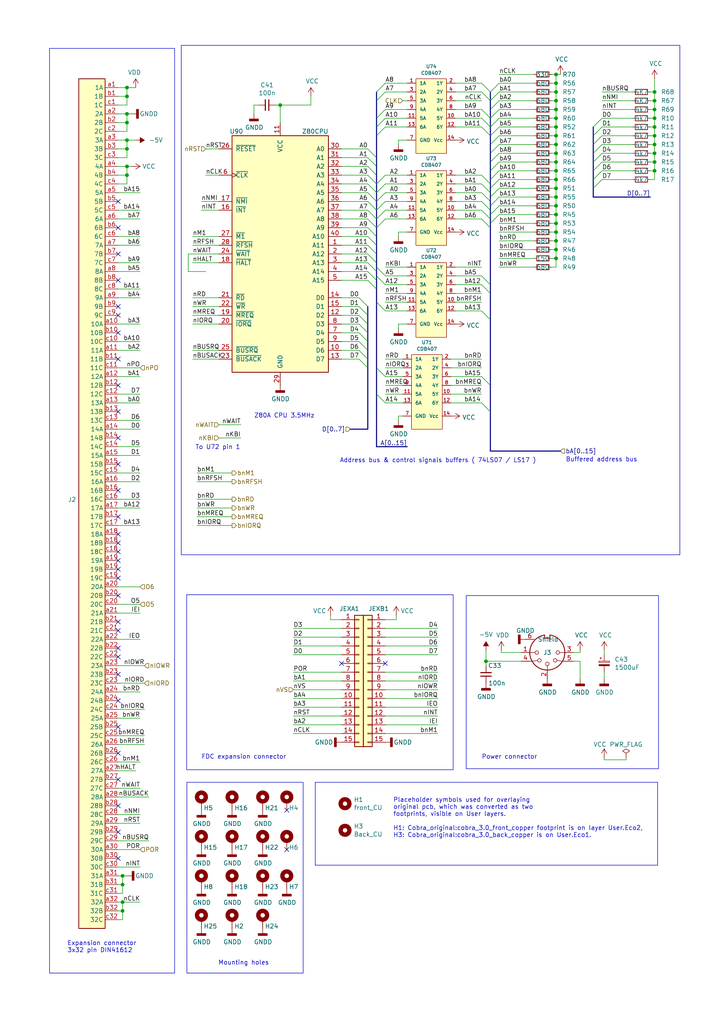
<source format=kicad_sch>
(kicad_sch (version 20230121) (generator eeschema)
  (paper "A4" portrait)
  (junction (at 161.29 54.61))
  (junction (at 36.83 35.56))
  (junction (at 36.83 40.64))
  (junction (at 161.29 59.69))
  (junction (at 189.865 36.83))
  (junction (at 189.865 46.99))
  (junction (at 189.865 26.67))
  (junction (at 161.29 44.45))
  (junction (at 161.29 72.39))
  (junction (at 161.29 49.53))
  (junction (at 161.29 39.37))
  (junction (at 189.865 49.53))
  (junction (at 161.29 31.75))
  (junction (at 35.56 256.54))
  (junction (at 35.56 254))
  (junction (at 36.83 33.02))
  (junction (at 161.29 69.85))
  (junction (at 161.29 52.07))
  (junction (at 36.83 27.94))
  (junction (at 189.865 39.37))
  (junction (at 189.865 34.29))
  (junction (at 161.29 62.23))
  (junction (at 189.865 44.45))
  (junction (at 36.83 48.26))
  (junction (at 35.56 261.62))
  (junction (at 161.29 57.15))
  (junction (at 189.865 29.21))
  (junction (at 140.97 191.77))
  (junction (at 36.83 43.18))
  (junction (at 161.29 29.21))
  (junction (at 161.29 34.29))
  (junction (at 161.29 21.59))
  (junction (at 35.56 264.16))
  (junction (at 36.83 50.8))
  (junction (at 161.29 26.67))
  (junction (at 161.29 36.83))
  (junction (at 189.865 41.91))
  (junction (at 161.29 67.31))
  (junction (at 81.28 30.48))
  (junction (at 161.29 64.77))
  (junction (at 189.865 31.75))
  (junction (at 161.29 74.93))
  (junction (at 161.29 24.13))
  (junction (at 36.83 25.4))
  (junction (at 161.29 46.99))
  (junction (at 161.29 41.91))
  (no_connect (at 34.29 162.56))
  (no_connect (at 34.29 241.3))
  (no_connect (at 99.06 192.405))
  (no_connect (at 34.29 157.48))
  (no_connect (at 34.29 195.58))
  (no_connect (at 34.29 210.82))
  (no_connect (at 34.29 172.72))
  (no_connect (at 34.29 111.76))
  (no_connect (at 34.29 190.5))
  (no_connect (at 34.29 180.34))
  (no_connect (at 34.29 119.38))
  (no_connect (at 34.29 248.92))
  (no_connect (at 34.29 91.44))
  (no_connect (at 34.29 58.42))
  (no_connect (at 83.185 234.95))
  (no_connect (at 34.29 154.94))
  (no_connect (at 34.29 218.44))
  (no_connect (at 34.29 134.62))
  (no_connect (at 34.29 182.88))
  (no_connect (at 34.29 73.66))
  (no_connect (at 34.29 203.2))
  (no_connect (at 34.29 96.52))
  (no_connect (at 83.185 246.38))
  (no_connect (at 34.29 187.96))
  (no_connect (at 34.29 127))
  (no_connect (at 111.76 192.405))
  (no_connect (at 34.29 142.24))
  (no_connect (at 34.29 233.68))
  (no_connect (at 34.29 167.64))
  (no_connect (at 34.29 149.86))
  (no_connect (at 34.29 165.1))
  (no_connect (at 34.29 81.28))
  (no_connect (at 34.29 104.14))
  (no_connect (at 34.29 66.04))
  (no_connect (at 34.29 88.9))
  (no_connect (at 34.29 160.02))
  (no_connect (at 34.29 226.06))
  (bus_entry (at 106.68 71.12) (size 2.54 2.54))
  (bus_entry (at 142.24 62.23) (size 2.54 -2.54))
  (bus_entry (at 106.68 60.96) (size 2.54 2.54))
  (bus_entry (at 142.24 41.91) (size 2.54 -2.54))
  (bus_entry (at 106.68 50.8) (size 2.54 2.54))
  (bus_entry (at 142.24 34.29) (size 2.54 -2.54))
  (bus_entry (at 106.68 43.18) (size 2.54 2.54))
  (bus_entry (at 142.24 64.77) (size 2.54 -2.54))
  (bus_entry (at 109.22 53.34) (size 2.54 -2.54))
  (bus_entry (at 106.68 76.2) (size 2.54 2.54))
  (bus_entry (at 109.22 29.21) (size 2.54 -2.54))
  (bus_entry (at 109.22 26.67) (size 2.54 -2.54))
  (bus_entry (at 104.14 91.44) (size 2.54 2.54))
  (bus_entry (at 139.7 80.01) (size 2.54 2.54))
  (bus_entry (at 109.22 87.63) (size 2.54 2.54))
  (bus_entry (at 109.22 55.88) (size 2.54 -2.54))
  (bus_entry (at 142.24 59.69) (size 2.54 -2.54))
  (bus_entry (at 172.085 54.61) (size 2.54 -2.54))
  (bus_entry (at 172.085 41.91) (size 2.54 -2.54))
  (bus_entry (at 106.68 68.58) (size 2.54 2.54))
  (bus_entry (at 139.7 36.83) (size 2.54 2.54))
  (bus_entry (at 172.085 49.53) (size 2.54 -2.54))
  (bus_entry (at 172.085 52.07) (size 2.54 -2.54))
  (bus_entry (at 109.22 66.04) (size 2.54 -2.54))
  (bus_entry (at 109.22 36.83) (size 2.54 -2.54))
  (bus_entry (at 106.68 63.5) (size 2.54 2.54))
  (bus_entry (at 142.24 29.21) (size 2.54 -2.54))
  (bus_entry (at 106.68 81.28) (size 2.54 2.54))
  (bus_entry (at 111.76 109.22) (size -2.54 -2.54))
  (bus_entry (at 104.14 86.36) (size 2.54 2.54))
  (bus_entry (at 109.22 34.29) (size 2.54 -2.54))
  (bus_entry (at 139.7 82.55) (size 2.54 2.54))
  (bus_entry (at 104.14 101.6) (size 2.54 2.54))
  (bus_entry (at 172.085 44.45) (size 2.54 -2.54))
  (bus_entry (at 109.22 60.96) (size 2.54 -2.54))
  (bus_entry (at 109.22 63.5) (size 2.54 -2.54))
  (bus_entry (at 139.7 116.84) (size 2.54 2.54))
  (bus_entry (at 104.14 88.9) (size 2.54 2.54))
  (bus_entry (at 139.7 90.17) (size 2.54 2.54))
  (bus_entry (at 139.7 26.67) (size 2.54 2.54))
  (bus_entry (at 109.22 77.47) (size 2.54 2.54))
  (bus_entry (at 106.68 55.88) (size 2.54 2.54))
  (bus_entry (at 109.22 39.37) (size 2.54 -2.54))
  (bus_entry (at 139.7 60.96) (size 2.54 2.54))
  (bus_entry (at 142.24 31.75) (size 2.54 -2.54))
  (bus_entry (at 106.68 45.72) (size 2.54 2.54))
  (bus_entry (at 139.7 24.13) (size 2.54 2.54))
  (bus_entry (at 139.7 50.8) (size 2.54 2.54))
  (bus_entry (at 104.14 99.06) (size 2.54 2.54))
  (bus_entry (at 109.22 58.42) (size 2.54 -2.54))
  (bus_entry (at 104.14 104.14) (size 2.54 2.54))
  (bus_entry (at 106.68 73.66) (size 2.54 2.54))
  (bus_entry (at 142.24 57.15) (size 2.54 -2.54))
  (bus_entry (at 142.24 54.61) (size 2.54 -2.54))
  (bus_entry (at 111.76 116.84) (size -2.54 -2.54))
  (bus_entry (at 172.085 39.37) (size 2.54 -2.54))
  (bus_entry (at 104.14 93.98) (size 2.54 2.54))
  (bus_entry (at 139.7 34.29) (size 2.54 2.54))
  (bus_entry (at 106.68 78.74) (size 2.54 2.54))
  (bus_entry (at 106.68 66.04) (size 2.54 2.54))
  (bus_entry (at 139.7 53.34) (size 2.54 2.54))
  (bus_entry (at 139.7 63.5) (size 2.54 2.54))
  (bus_entry (at 106.68 58.42) (size 2.54 2.54))
  (bus_entry (at 142.24 46.99) (size 2.54 -2.54))
  (bus_entry (at 139.7 55.88) (size 2.54 2.54))
  (bus_entry (at 139.7 109.22) (size 2.54 2.54))
  (bus_entry (at 172.085 46.99) (size 2.54 -2.54))
  (bus_entry (at 142.24 26.67) (size 2.54 -2.54))
  (bus_entry (at 142.24 36.83) (size 2.54 -2.54))
  (bus_entry (at 172.085 36.83) (size 2.54 -2.54))
  (bus_entry (at 142.24 39.37) (size 2.54 -2.54))
  (bus_entry (at 139.7 31.75) (size 2.54 2.54))
  (bus_entry (at 142.24 52.07) (size 2.54 -2.54))
  (bus_entry (at 106.68 53.34) (size 2.54 2.54))
  (bus_entry (at 106.68 48.26) (size 2.54 2.54))
  (bus_entry (at 109.22 80.01) (size 2.54 2.54))
  (bus_entry (at 139.7 58.42) (size 2.54 2.54))
  (bus_entry (at 142.24 49.53) (size 2.54 -2.54))
  (bus_entry (at 142.24 44.45) (size 2.54 -2.54))
  (bus_entry (at 104.14 96.52) (size 2.54 2.54))
  (wire (pts (xy 160.02 24.13) (xy 161.29 24.13)))
  (wire (pts (xy 161.29 52.07) (xy 161.29 54.61)))
  (wire (pts (xy 43.18 231.14) (xy 34.29 231.14)))
  (wire (pts (xy 39.37 40.64) (xy 36.83 40.64)))
  (wire (pts (xy 111.76 87.63) (xy 118.11 87.63)))
  (wire (pts (xy 63.5 123.19) (xy 69.85 123.19)))
  (wire (pts (xy 40.64 144.78) (xy 34.29 144.78)))
  (wire (pts (xy 188.595 49.53) (xy 189.865 49.53)))
  (wire (pts (xy 160.02 67.31) (xy 161.29 67.31)))
  (bus (pts (xy 106.68 124.46) (xy 101.6 124.46)))
  (wire (pts (xy 81.28 30.48) (xy 81.28 35.56)))
  (wire (pts (xy 168.275 189.23) (xy 166.37 189.23)))
  (bus (pts (xy 106.68 93.98) (xy 106.68 96.52)))
  (wire (pts (xy 40.64 228.6) (xy 34.29 228.6)))
  (wire (pts (xy 40.64 246.38) (xy 34.29 246.38)))
  (wire (pts (xy 132.08 77.47) (xy 139.7 77.47)))
  (bus (pts (xy 142.24 66.04) (xy 142.24 82.55)))
  (wire (pts (xy 161.29 41.91) (xy 161.29 44.45)))
  (wire (pts (xy 130.81 111.76) (xy 139.7 111.76)))
  (bus (pts (xy 172.085 52.07) (xy 172.085 54.61)))
  (wire (pts (xy 55.88 88.9) (xy 63.5 88.9)))
  (wire (pts (xy 34.29 30.48) (xy 36.83 30.48)))
  (wire (pts (xy 162.56 21.59) (xy 161.29 21.59)))
  (wire (pts (xy 54.61 78.74) (xy 59.69 78.74)))
  (wire (pts (xy 40.64 101.6) (xy 34.29 101.6)))
  (wire (pts (xy 35.56 264.16) (xy 35.56 261.62)))
  (wire (pts (xy 35.56 261.62) (xy 34.29 261.62)))
  (wire (pts (xy 189.865 29.21) (xy 189.865 31.75)))
  (bus (pts (xy 142.24 31.75) (xy 142.24 34.29)))
  (wire (pts (xy 99.06 81.28) (xy 106.68 81.28)))
  (wire (pts (xy 168.275 196.85) (xy 168.275 191.77)))
  (wire (pts (xy 99.06 60.96) (xy 106.68 60.96)))
  (wire (pts (xy 161.29 74.93) (xy 161.29 77.47)))
  (wire (pts (xy 188.595 46.99) (xy 189.865 46.99)))
  (wire (pts (xy 40.64 71.12) (xy 34.29 71.12)))
  (wire (pts (xy 144.78 57.15) (xy 154.94 57.15)))
  (wire (pts (xy 57.15 149.86) (xy 67.31 149.86)))
  (wire (pts (xy 34.29 63.5) (xy 40.64 63.5)))
  (wire (pts (xy 36.83 33.02) (xy 34.29 33.02)))
  (wire (pts (xy 189.865 41.91) (xy 189.865 44.45)))
  (wire (pts (xy 40.64 76.2) (xy 34.29 76.2)))
  (wire (pts (xy 118.11 40.64) (xy 115.57 40.64)))
  (wire (pts (xy 132.08 80.01) (xy 139.7 80.01)))
  (wire (pts (xy 189.865 46.99) (xy 189.865 49.53)))
  (bus (pts (xy 109.22 78.74) (xy 109.22 77.47)))
  (wire (pts (xy 132.08 87.63) (xy 139.7 87.63)))
  (wire (pts (xy 118.11 34.29) (xy 111.76 34.29)))
  (wire (pts (xy 40.64 68.58) (xy 34.29 68.58)))
  (bus (pts (xy 109.22 80.01) (xy 109.22 78.74)))
  (bus (pts (xy 142.24 46.99) (xy 142.24 49.53)))
  (wire (pts (xy 189.865 34.29) (xy 189.865 36.83)))
  (wire (pts (xy 115.57 41.91) (xy 115.57 40.64)))
  (wire (pts (xy 36.83 38.1) (xy 36.83 35.56)))
  (wire (pts (xy 34.29 243.84) (xy 43.18 243.84)))
  (wire (pts (xy 35.56 254) (xy 34.29 254)))
  (wire (pts (xy 99.06 187.325) (xy 85.09 187.325)))
  (wire (pts (xy 36.83 45.72) (xy 36.83 43.18)))
  (wire (pts (xy 111.76 90.17) (xy 118.11 90.17)))
  (wire (pts (xy 144.78 36.83) (xy 154.94 36.83)))
  (wire (pts (xy 99.06 200.025) (xy 85.09 200.025)))
  (wire (pts (xy 34.29 27.94) (xy 36.83 27.94)))
  (wire (pts (xy 161.29 29.21) (xy 161.29 31.75)))
  (wire (pts (xy 144.78 39.37) (xy 154.94 39.37)))
  (bus (pts (xy 109.22 29.21) (xy 109.22 34.29)))
  (wire (pts (xy 111.76 205.105) (xy 127 205.105)))
  (wire (pts (xy 160.02 34.29) (xy 161.29 34.29)))
  (wire (pts (xy 161.29 49.53) (xy 161.29 52.07)))
  (bus (pts (xy 142.24 53.34) (xy 142.24 54.61)))
  (wire (pts (xy 144.78 62.23) (xy 154.94 62.23)))
  (wire (pts (xy 118.11 31.75) (xy 111.76 31.75)))
  (wire (pts (xy 34.29 83.82) (xy 40.64 83.82)))
  (wire (pts (xy 175.26 220.345) (xy 181.61 220.345)))
  (wire (pts (xy 161.29 59.69) (xy 161.29 62.23)))
  (wire (pts (xy 188.595 44.45) (xy 189.865 44.45)))
  (wire (pts (xy 99.06 182.245) (xy 85.09 182.245)))
  (wire (pts (xy 188.595 31.75) (xy 189.865 31.75)))
  (wire (pts (xy 115.57 121.92) (xy 115.57 120.65)))
  (wire (pts (xy 174.625 31.75) (xy 183.515 31.75)))
  (wire (pts (xy 41.91 193.04) (xy 34.29 193.04)))
  (wire (pts (xy 116.84 29.21) (xy 118.11 29.21)))
  (wire (pts (xy 99.06 202.565) (xy 85.09 202.565)))
  (wire (pts (xy 40.64 109.22) (xy 34.29 109.22)))
  (wire (pts (xy 160.02 62.23) (xy 161.29 62.23)))
  (wire (pts (xy 160.02 21.59) (xy 161.29 21.59)))
  (wire (pts (xy 115.57 120.65) (xy 116.84 120.65)))
  (wire (pts (xy 36.83 43.18) (xy 36.83 40.64)))
  (wire (pts (xy 144.78 74.93) (xy 154.94 74.93)))
  (wire (pts (xy 144.78 26.67) (xy 154.94 26.67)))
  (bus (pts (xy 109.22 45.72) (xy 109.22 48.26)))
  (wire (pts (xy 161.29 24.13) (xy 161.29 26.67)))
  (wire (pts (xy 34.29 45.72) (xy 36.83 45.72)))
  (wire (pts (xy 63.5 71.12) (xy 55.88 71.12)))
  (wire (pts (xy 161.29 31.75) (xy 161.29 34.29)))
  (wire (pts (xy 132.08 63.5) (xy 139.7 63.5)))
  (wire (pts (xy 90.17 27.94) (xy 90.17 30.48)))
  (wire (pts (xy 132.08 55.88) (xy 139.7 55.88)))
  (wire (pts (xy 57.15 144.78) (xy 67.31 144.78)))
  (wire (pts (xy 40.64 261.62) (xy 35.56 261.62)))
  (bus (pts (xy 106.68 106.68) (xy 106.68 124.46)))
  (wire (pts (xy 34.29 50.8) (xy 36.83 50.8)))
  (wire (pts (xy 63.5 58.42) (xy 58.42 58.42)))
  (wire (pts (xy 174.625 41.91) (xy 183.515 41.91)))
  (wire (pts (xy 111.76 63.5) (xy 118.11 63.5)))
  (wire (pts (xy 160.02 69.85) (xy 161.29 69.85)))
  (wire (pts (xy 41.91 198.12) (xy 34.29 198.12)))
  (wire (pts (xy 39.37 223.52) (xy 34.29 223.52)))
  (wire (pts (xy 57.15 137.16) (xy 67.31 137.16)))
  (wire (pts (xy 139.7 24.13) (xy 132.08 24.13)))
  (wire (pts (xy 40.64 99.06) (xy 34.29 99.06)))
  (bus (pts (xy 106.68 101.6) (xy 106.68 104.14)))
  (wire (pts (xy 174.625 46.99) (xy 183.515 46.99)))
  (wire (pts (xy 161.29 54.61) (xy 161.29 57.15)))
  (wire (pts (xy 111.76 104.14) (xy 116.84 104.14)))
  (wire (pts (xy 168.275 188.595) (xy 168.275 189.23)))
  (wire (pts (xy 161.29 46.99) (xy 161.29 49.53)))
  (wire (pts (xy 40.64 177.8) (xy 34.29 177.8)))
  (bus (pts (xy 109.22 50.8) (xy 109.22 53.34)))
  (wire (pts (xy 161.29 21.59) (xy 161.29 24.13)))
  (wire (pts (xy 160.02 59.69) (xy 161.29 59.69)))
  (wire (pts (xy 116.84 116.84) (xy 111.76 116.84)))
  (wire (pts (xy 111.76 210.185) (xy 127 210.185)))
  (wire (pts (xy 144.78 52.07) (xy 154.94 52.07)))
  (wire (pts (xy 132.08 31.75) (xy 139.7 31.75)))
  (wire (pts (xy 144.78 77.47) (xy 154.94 77.47)))
  (wire (pts (xy 189.865 36.83) (xy 189.865 39.37)))
  (bus (pts (xy 142.24 60.96) (xy 142.24 62.23)))
  (wire (pts (xy 189.865 44.45) (xy 189.865 46.99)))
  (wire (pts (xy 36.83 50.8) (xy 36.83 48.26)))
  (wire (pts (xy 99.06 86.36) (xy 104.14 86.36)))
  (wire (pts (xy 99.06 68.58) (xy 106.68 68.58)))
  (wire (pts (xy 132.08 58.42) (xy 139.7 58.42)))
  (wire (pts (xy 59.69 43.18) (xy 63.5 43.18)))
  (wire (pts (xy 144.78 29.21) (xy 154.94 29.21)))
  (wire (pts (xy 111.76 194.945) (xy 127 194.945)))
  (bus (pts (xy 142.24 36.83) (xy 142.24 39.37)))
  (bus (pts (xy 109.22 68.58) (xy 109.22 71.12)))
  (wire (pts (xy 41.91 205.74) (xy 34.29 205.74)))
  (wire (pts (xy 99.06 189.865) (xy 85.09 189.865)))
  (bus (pts (xy 109.22 55.88) (xy 109.22 58.42)))
  (bus (pts (xy 172.085 54.61) (xy 172.085 57.15)))
  (wire (pts (xy 34.29 38.1) (xy 36.83 38.1)))
  (wire (pts (xy 99.06 104.14) (xy 104.14 104.14)))
  (wire (pts (xy 40.64 208.28) (xy 34.29 208.28)))
  (bus (pts (xy 142.24 58.42) (xy 142.24 59.69)))
  (bus (pts (xy 109.22 26.67) (xy 109.22 29.21)))
  (wire (pts (xy 40.64 170.18) (xy 34.29 170.18)))
  (wire (pts (xy 99.06 71.12) (xy 106.68 71.12)))
  (wire (pts (xy 140.97 191.77) (xy 151.13 191.77)))
  (wire (pts (xy 99.06 101.6) (xy 104.14 101.6)))
  (bus (pts (xy 142.24 82.55) (xy 142.24 85.09)))
  (bus (pts (xy 172.085 49.53) (xy 172.085 52.07)))
  (wire (pts (xy 34.29 43.18) (xy 36.83 43.18)))
  (bus (pts (xy 109.22 60.96) (xy 109.22 63.5)))
  (wire (pts (xy 114.935 179.705) (xy 111.76 179.705)))
  (wire (pts (xy 55.88 86.36) (xy 63.5 86.36)))
  (wire (pts (xy 132.08 90.17) (xy 139.7 90.17)))
  (wire (pts (xy 55.88 101.6) (xy 63.5 101.6)))
  (wire (pts (xy 160.02 54.61) (xy 161.29 54.61)))
  (wire (pts (xy 111.76 182.245) (xy 127 182.245)))
  (wire (pts (xy 36.83 35.56) (xy 36.83 33.02)))
  (wire (pts (xy 144.78 24.13) (xy 154.94 24.13)))
  (bus (pts (xy 109.22 87.63) (xy 109.22 106.68)))
  (wire (pts (xy 34.29 53.34) (xy 36.83 53.34)))
  (wire (pts (xy 40.64 93.98) (xy 34.29 93.98)))
  (bus (pts (xy 172.085 36.83) (xy 172.085 39.37)))
  (wire (pts (xy 99.06 43.18) (xy 106.68 43.18)))
  (wire (pts (xy 73.66 30.48) (xy 74.93 30.48)))
  (wire (pts (xy 114.935 178.435) (xy 114.935 179.705)))
  (wire (pts (xy 38.1 33.02) (xy 36.83 33.02)))
  (wire (pts (xy 175.26 194.945) (xy 175.26 196.85)))
  (wire (pts (xy 144.78 21.59) (xy 154.94 21.59)))
  (wire (pts (xy 55.88 104.14) (xy 63.5 104.14)))
  (wire (pts (xy 35.56 256.54) (xy 35.56 254)))
  (wire (pts (xy 41.91 215.9) (xy 34.29 215.9)))
  (wire (pts (xy 99.06 76.2) (xy 106.68 76.2)))
  (wire (pts (xy 99.06 78.74) (xy 106.68 78.74)))
  (wire (pts (xy 34.29 35.56) (xy 36.83 35.56)))
  (wire (pts (xy 111.76 197.485) (xy 127 197.485)))
  (wire (pts (xy 116.84 114.3) (xy 111.76 114.3)))
  (wire (pts (xy 132.08 53.34) (xy 139.7 53.34)))
  (wire (pts (xy 116.84 106.68) (xy 111.76 106.68)))
  (wire (pts (xy 99.06 53.34) (xy 106.68 53.34)))
  (wire (pts (xy 40.64 86.36) (xy 34.29 86.36)))
  (wire (pts (xy 160.02 31.75) (xy 161.29 31.75)))
  (wire (pts (xy 144.78 34.29) (xy 154.94 34.29)))
  (wire (pts (xy 99.06 212.725) (xy 85.09 212.725)))
  (wire (pts (xy 40.64 78.74) (xy 34.29 78.74)))
  (wire (pts (xy 111.76 53.34) (xy 118.11 53.34)))
  (wire (pts (xy 99.06 48.26) (xy 106.68 48.26)))
  (bus (pts (xy 172.085 46.99) (xy 172.085 49.53)))
  (wire (pts (xy 140.97 191.77) (xy 140.97 193.04)))
  (wire (pts (xy 145.415 188.595) (xy 145.415 189.23)))
  (wire (pts (xy 189.865 49.53) (xy 189.865 52.07)))
  (wire (pts (xy 95.885 178.435) (xy 95.885 179.705)))
  (wire (pts (xy 81.28 30.48) (xy 90.17 30.48)))
  (bus (pts (xy 142.24 55.88) (xy 142.24 57.15)))
  (wire (pts (xy 189.865 39.37) (xy 189.865 41.91)))
  (bus (pts (xy 106.68 88.9) (xy 106.68 91.44)))
  (wire (pts (xy 160.02 44.45) (xy 161.29 44.45)))
  (wire (pts (xy 144.78 72.39) (xy 154.94 72.39)))
  (wire (pts (xy 55.88 76.2) (xy 63.5 76.2)))
  (wire (pts (xy 111.76 60.96) (xy 118.11 60.96)))
  (wire (pts (xy 118.11 36.83) (xy 111.76 36.83)))
  (wire (pts (xy 80.01 30.48) (xy 81.28 30.48)))
  (bus (pts (xy 109.22 83.82) (xy 109.22 87.63)))
  (bus (pts (xy 109.22 77.47) (xy 109.22 76.2)))
  (wire (pts (xy 111.76 85.09) (xy 118.11 85.09)))
  (wire (pts (xy 174.625 36.83) (xy 183.515 36.83)))
  (wire (pts (xy 161.29 57.15) (xy 161.29 59.69)))
  (wire (pts (xy 115.57 68.58) (xy 115.57 67.31)))
  (wire (pts (xy 160.02 36.83) (xy 161.29 36.83)))
  (wire (pts (xy 160.02 26.67) (xy 161.29 26.67)))
  (bus (pts (xy 172.085 41.91) (xy 172.085 44.45)))
  (wire (pts (xy 99.06 207.645) (xy 85.09 207.645)))
  (wire (pts (xy 160.02 64.77) (xy 161.29 64.77)))
  (bus (pts (xy 109.22 58.42) (xy 109.22 60.96)))
  (wire (pts (xy 144.78 46.99) (xy 154.94 46.99)))
  (bus (pts (xy 142.24 119.38) (xy 142.24 130.81)))
  (wire (pts (xy 99.06 91.44) (xy 104.14 91.44)))
  (bus (pts (xy 142.24 111.76) (xy 142.24 119.38)))
  (wire (pts (xy 168.275 191.77) (xy 166.37 191.77)))
  (bus (pts (xy 172.085 44.45) (xy 172.085 46.99)))
  (wire (pts (xy 111.76 200.025) (xy 127 200.025)))
  (wire (pts (xy 36.83 254) (xy 35.56 254)))
  (wire (pts (xy 40.64 139.7) (xy 34.29 139.7)))
  (wire (pts (xy 144.78 64.77) (xy 154.94 64.77)))
  (wire (pts (xy 99.06 50.8) (xy 106.68 50.8)))
  (wire (pts (xy 144.78 69.85) (xy 154.94 69.85)))
  (bus (pts (xy 109.22 106.68) (xy 109.22 114.3)))
  (wire (pts (xy 188.595 52.07) (xy 189.865 52.07)))
  (wire (pts (xy 40.64 124.46) (xy 34.29 124.46)))
  (bus (pts (xy 162.56 130.81) (xy 142.24 130.81)))
  (wire (pts (xy 111.76 58.42) (xy 118.11 58.42)))
  (wire (pts (xy 54.61 78.74) (xy 54.61 73.66)))
  (wire (pts (xy 99.06 93.98) (xy 104.14 93.98)))
  (wire (pts (xy 40.64 137.16) (xy 34.29 137.16)))
  (bus (pts (xy 109.22 39.37) (xy 109.22 45.72)))
  (wire (pts (xy 144.78 44.45) (xy 154.94 44.45)))
  (wire (pts (xy 58.42 60.96) (xy 63.5 60.96)))
  (bus (pts (xy 142.24 54.61) (xy 142.24 55.88)))
  (bus (pts (xy 142.24 41.91) (xy 142.24 44.45)))
  (wire (pts (xy 181.61 219.71) (xy 181.61 220.345)))
  (wire (pts (xy 40.64 238.76) (xy 34.29 238.76)))
  (wire (pts (xy 41.91 213.36) (xy 34.29 213.36)))
  (wire (pts (xy 188.595 39.37) (xy 189.865 39.37)))
  (bus (pts (xy 109.22 53.34) (xy 109.22 55.88)))
  (wire (pts (xy 99.06 66.04) (xy 106.68 66.04)))
  (wire (pts (xy 63.5 127) (xy 69.85 127)))
  (wire (pts (xy 99.06 210.185) (xy 85.09 210.185)))
  (wire (pts (xy 99.06 96.52) (xy 104.14 96.52)))
  (wire (pts (xy 40.64 106.68) (xy 34.29 106.68)))
  (wire (pts (xy 115.57 67.31) (xy 118.11 67.31)))
  (wire (pts (xy 111.76 77.47) (xy 118.11 77.47)))
  (wire (pts (xy 161.29 26.67) (xy 161.29 29.21)))
  (bus (pts (xy 142.24 59.69) (xy 142.24 60.96)))
  (wire (pts (xy 130.81 114.3) (xy 139.7 114.3)))
  (wire (pts (xy 35.56 264.16) (xy 34.29 264.16)))
  (wire (pts (xy 160.02 49.53) (xy 161.29 49.53)))
  (bus (pts (xy 109.22 81.28) (xy 109.22 83.82)))
  (wire (pts (xy 34.29 256.54) (xy 35.56 256.54)))
  (bus (pts (xy 142.24 92.71) (xy 142.24 111.76)))
  (wire (pts (xy 160.02 77.47) (xy 161.29 77.47)))
  (wire (pts (xy 57.15 139.7) (xy 67.31 139.7)))
  (wire (pts (xy 161.29 36.83) (xy 161.29 39.37)))
  (bus (pts (xy 172.085 39.37) (xy 172.085 41.91)))
  (bus (pts (xy 109.22 114.3) (xy 109.22 129.54)))
  (wire (pts (xy 132.08 85.09) (xy 139.7 85.09)))
  (wire (pts (xy 188.595 36.83) (xy 189.865 36.83)))
  (wire (pts (xy 161.29 64.77) (xy 161.29 67.31)))
  (wire (pts (xy 36.83 30.48) (xy 36.83 27.94)))
  (wire (pts (xy 36.83 53.34) (xy 36.83 50.8)))
  (wire (pts (xy 189.865 22.86) (xy 189.865 26.67)))
  (bus (pts (xy 172.085 57.15) (xy 188.595 57.15)))
  (wire (pts (xy 54.61 73.66) (xy 63.5 73.66)))
  (wire (pts (xy 34.29 259.08) (xy 35.56 259.08)))
  (wire (pts (xy 35.56 266.7) (xy 35.56 264.16)))
  (wire (pts (xy 188.595 26.67) (xy 189.865 26.67)))
  (wire (pts (xy 174.625 39.37) (xy 183.515 39.37)))
  (wire (pts (xy 161.29 44.45) (xy 161.29 46.99)))
  (bus (pts (xy 142.24 63.5) (xy 142.24 64.77)))
  (wire (pts (xy 40.64 236.22) (xy 34.29 236.22)))
  (bus (pts (xy 142.24 52.07) (xy 142.24 53.34)))
  (wire (pts (xy 34.29 25.4) (xy 36.83 25.4)))
  (wire (pts (xy 174.625 26.67) (xy 183.515 26.67)))
  (wire (pts (xy 132.08 60.96) (xy 139.7 60.96)))
  (wire (pts (xy 111.76 80.01) (xy 118.11 80.01)))
  (wire (pts (xy 111.76 207.645) (xy 127 207.645)))
  (wire (pts (xy 111.76 109.22) (xy 116.84 109.22)))
  (wire (pts (xy 130.81 104.14) (xy 139.7 104.14)))
  (wire (pts (xy 160.02 39.37) (xy 161.29 39.37)))
  (wire (pts (xy 111.76 202.565) (xy 127 202.565)))
  (wire (pts (xy 99.06 73.66) (xy 106.68 73.66)))
  (wire (pts (xy 132.08 82.55) (xy 139.7 82.55)))
  (bus (pts (xy 142.24 34.29) (xy 142.24 36.83)))
  (wire (pts (xy 175.26 188.595) (xy 175.26 189.865)))
  (bus (pts (xy 109.22 34.29) (xy 109.22 36.83)))
  (wire (pts (xy 95.885 179.705) (xy 99.06 179.705)))
  (wire (pts (xy 111.76 50.8) (xy 118.11 50.8)))
  (wire (pts (xy 99.06 63.5) (xy 106.68 63.5)))
  (wire (pts (xy 174.625 49.53) (xy 183.515 49.53)))
  (wire (pts (xy 160.02 52.07) (xy 161.29 52.07)))
  (wire (pts (xy 99.06 197.485) (xy 85.09 197.485)))
  (wire (pts (xy 188.595 34.29) (xy 189.865 34.29)))
  (bus (pts (xy 142.24 64.77) (xy 142.24 66.04)))
  (wire (pts (xy 174.625 44.45) (xy 183.515 44.45)))
  (wire (pts (xy 111.76 184.785) (xy 127 184.785)))
  (wire (pts (xy 160.02 41.91) (xy 161.29 41.91)))
  (wire (pts (xy 111.76 212.725) (xy 127 212.725)))
  (bus (pts (xy 109.22 63.5) (xy 109.22 66.04)))
  (wire (pts (xy 34.29 175.26) (xy 40.64 175.26)))
  (wire (pts (xy 188.595 41.91) (xy 189.865 41.91)))
  (wire (pts (xy 111.76 55.88) (xy 118.11 55.88)))
  (wire (pts (xy 34.29 266.7) (xy 35.56 266.7)))
  (bus (pts (xy 109.22 129.54) (xy 118.11 129.54)))
  (wire (pts (xy 36.83 40.64) (xy 34.29 40.64)))
  (wire (pts (xy 40.64 116.84) (xy 34.29 116.84)))
  (wire (pts (xy 116.84 111.76) (xy 111.76 111.76)))
  (wire (pts (xy 40.64 121.92) (xy 34.29 121.92)))
  (wire (pts (xy 38.1 48.26) (xy 36.83 48.26)))
  (wire (pts (xy 55.88 93.98) (xy 63.5 93.98)))
  (wire (pts (xy 115.57 95.25) (xy 115.57 93.98)))
  (bus (pts (xy 106.68 104.14) (xy 106.68 106.68)))
  (wire (pts (xy 40.64 185.42) (xy 34.29 185.42)))
  (bus (pts (xy 106.68 91.44) (xy 106.68 93.98)))
  (wire (pts (xy 175.26 219.71) (xy 175.26 220.345)))
  (wire (pts (xy 111.76 82.55) (xy 118.11 82.55)))
  (bus (pts (xy 142.24 57.15) (xy 142.24 58.42)))
  (wire (pts (xy 174.625 34.29) (xy 183.515 34.29)))
  (wire (pts (xy 73.66 30.48) (xy 73.66 33.02)))
  (wire (pts (xy 99.06 55.88) (xy 106.68 55.88)))
  (bus (pts (xy 109.22 66.04) (xy 109.22 68.58)))
  (wire (pts (xy 40.64 152.4) (xy 34.29 152.4)))
  (wire (pts (xy 40.64 147.32) (xy 34.29 147.32)))
  (wire (pts (xy 161.29 39.37) (xy 161.29 41.91)))
  (bus (pts (xy 106.68 99.06) (xy 106.68 101.6)))
  (wire (pts (xy 36.83 48.26) (xy 34.29 48.26)))
  (wire (pts (xy 99.06 58.42) (xy 106.68 58.42)))
  (wire (pts (xy 132.08 36.83) (xy 139.7 36.83)))
  (wire (pts (xy 160.02 29.21) (xy 161.29 29.21)))
  (wire (pts (xy 144.78 67.31) (xy 154.94 67.31)))
  (wire (pts (xy 140.97 188.595) (xy 140.97 191.77)))
  (wire (pts (xy 161.29 62.23) (xy 161.29 64.77)))
  (wire (pts (xy 115.57 93.98) (xy 118.11 93.98)))
  (wire (pts (xy 144.78 41.91) (xy 154.94 41.91)))
  (wire (pts (xy 161.29 34.29) (xy 161.29 36.83)))
  (wire (pts (xy 189.865 31.75) (xy 189.865 34.29)))
  (wire (pts (xy 36.83 27.94) (xy 36.83 25.4)))
  (wire (pts (xy 160.02 57.15) (xy 161.29 57.15)))
  (wire (pts (xy 144.78 54.61) (xy 154.94 54.61)))
  (wire (pts (xy 174.625 52.07) (xy 183.515 52.07)))
  (wire (pts (xy 40.64 251.46) (xy 34.29 251.46)))
  (wire (pts (xy 160.02 46.99) (xy 161.29 46.99)))
  (bus (pts (xy 109.22 48.26) (xy 109.22 50.8)))
  (wire (pts (xy 36.83 25.4) (xy 39.37 25.4)))
  (wire (pts (xy 130.81 109.22) (xy 139.7 109.22)))
  (bus (pts (xy 142.24 44.45) (xy 142.24 46.99)))
  (wire (pts (xy 160.02 72.39) (xy 161.29 72.39)))
  (wire (pts (xy 99.06 99.06) (xy 104.14 99.06)))
  (wire (pts (xy 57.15 152.4) (xy 67.31 152.4)))
  (wire (pts (xy 99.06 88.9) (xy 104.14 88.9)))
  (wire (pts (xy 34.29 220.98) (xy 40.64 220.98)))
  (wire (pts (xy 34.29 60.96) (xy 40.64 60.96)))
  (bus (pts (xy 142.24 85.09) (xy 142.24 92.71)))
  (wire (pts (xy 118.11 26.67) (xy 111.76 26.67)))
  (wire (pts (xy 99.06 45.72) (xy 106.68 45.72)))
  (wire (pts (xy 40.64 129.54) (xy 34.29 129.54)))
  (wire (pts (xy 144.78 49.53) (xy 154.94 49.53)))
  (wire (pts (xy 57.15 147.32) (xy 67.31 147.32)))
  (bus (pts (xy 142.24 49.53) (xy 142.24 52.07)))
  (wire (pts (xy 160.02 74.93) (xy 161.29 74.93)))
  (wire (pts (xy 144.78 31.75) (xy 154.94 31.75)))
  (bus (pts (xy 142.24 29.21) (xy 142.24 31.75)))
  (wire (pts (xy 144.78 59.69) (xy 154.94 59.69)))
  (wire (pts (xy 189.865 26.67) (xy 189.865 29.21)))
  (wire (pts (xy 130.81 116.84) (xy 139.7 116.84)))
  (wire (pts (xy 99.06 194.945) (xy 85.09 194.945)))
  (bus (pts (xy 109.22 73.66) (xy 109.22 71.12)))
  (bus (pts (xy 106.68 96.52) (xy 106.68 99.06)))
  (wire (pts (xy 99.06 205.105) (xy 85.09 205.105)))
  (bus (pts (xy 109.22 36.83) (xy 109.22 39.37)))
  (wire (pts (xy 35.56 259.08) (xy 35.56 256.54)))
  (wire (pts (xy 145.415 189.23) (xy 151.13 189.23)))
  (wire (pts (xy 174.625 29.21) (xy 183.515 29.21)))
  (wire (pts (xy 59.69 50.8) (xy 63.5 50.8)))
  (wire (pts (xy 161.29 67.31) (xy 161.29 69.85)))
  (wire (pts (xy 34.29 55.88) (xy 40.64 55.88)))
  (wire (pts (xy 161.29 69.85) (xy 161.29 72.39)))
  (bus (pts (xy 142.24 62.23) (xy 142.24 63.5)))
  (wire (pts (xy 40.64 132.08) (xy 34.29 132.08)))
  (wire (pts (xy 132.08 50.8) (xy 139.7 50.8)))
  (bus (pts (xy 109.22 81.28) (xy 109.22 80.01)))
  (wire (pts (xy 99.06 184.785) (xy 85.09 184.785)))
  (wire (pts (xy 132.08 26.67) (xy 139.7 26.67)))
  (bus (pts (xy 109.22 73.66) (xy 109.22 76.2)))
  (wire (pts (xy 40.64 114.3) (xy 34.29 114.3)))
  (wire (pts (xy 111.76 189.865) (xy 127 189.865)))
  (bus (pts (xy 142.24 39.37) (xy 142.24 41.91)))
  (bus (pts (xy 142.24 26.67) (xy 142.24 29.21)))
  (wire (pts (xy 118.11 24.13) (xy 111.76 24.13)))
  (wire (pts (xy 188.595 29.21) (xy 189.865 29.21)))
  (wire (pts (xy 161.29 72.39) (xy 161.29 74.93)))
  (wire (pts (xy 63.5 68.58) (xy 55.88 68.58)))
  (wire (pts (xy 40.64 200.66) (xy 34.29 200.66)))
  (wire (pts (xy 132.08 29.21) (xy 139.7 29.21)))
  (wire (pts (xy 130.81 106.68) (xy 139.7 106.68)))
  (wire (pts (xy 132.08 34.29) (xy 139.7 34.29)))
  (wire (pts (xy 55.88 91.44) (xy 63.5 91.44)))
  (wire (pts (xy 111.76 187.325) (xy 127 187.325)))
  (rectangle (start 52.578 13.1572) (end 197.2056 160.8836))
  (rectangle (start 91.44 226.8728) (end 190.754 250.9012))
  (rectangle (start 54.2036 226.8728) (end 87.9348 282.194))
  (rectangle (start 14.3764 14.0208) (end 50.6476 282.194))
  (rectangle (start 135.2296 172.72) (end 191.008 222.9358))
  (rectangle (start 54.1528 172.466) (end 131.445 223.2152))
  (text "Expansion connector\n3x32 pin DIN41612\n" (at 19.5072 276.4536 0) (effects (font (size 1.27 1.27)) (justify left bottom)))
  (text "Address bus & control signals buffers ( 74LS07 / LS17 )" (at 98.552 134.366 0) (effects (font (size 1.27 1.27)) (justify left bottom)))
  (text "To U72 pin 1" (at 56.642 130.556 0) (effects (font (size 1.27 1.27)) (justify left bottom)))
  (text "FDC expansion connector" (at 58.42 220.345 0) (effects (font (size 1.27 1.27)) (justify left bottom)))
  (text "Placeholder symbols used for overlaying \noriginal pcb, which was converted as two \nfootprints, visible on User layers.\n\nH1: Cobra_original:cobra_3.0_front_copper footprint is on layer User.Eco2, \nH3: Cobra_original:cobra_3.0_back_copper is on User.Eco1." (at 114.046 243.078 0) (effects (font (size 1.27 1.27)) (justify left bottom)))
  (text "Power connector" (at 139.7 220.345 0) (effects (font (size 1.27 1.27)) (justify left bottom)))
  (text "Buffered address bus" (at 164.084 134.112 0) (effects (font (size 1.27 1.27)) (justify left bottom)))
  (text "Mounting holes" (at 63.2968 280.0604 0) (effects (font (size 1.27 1.27)) (justify left bottom)))
  (text "Z80A CPU 3.5MHz" (at 73.7108 121.412 0) (effects (font (size 1.27 1.27)) (justify left bottom)))
  (label "nRFSH" (at 55.88 71.12 0))
  (label "bA13" (at 144.78 57.15 0))
  (label "D2" (at 85.09 184.785 0))
  (label "D6" (at 104.14 101.6 180))
  (label "nIORQ" (at 55.88 93.98 0))
  (label "bA15" (at 144.78 62.23 0))
  (label "bnWR" (at 40.64 208.28 180))
  (label "nNMI" (at 40.64 236.22 180))
  (label "A13" (at 111.76 90.17 0))
  (label "bnRD" (at 57.15 144.78 0))
  (label "D3" (at 40.64 144.78 180))
  (label "bA15" (at 40.64 55.88 180))
  (label "A11" (at 111.76 36.83 0))
  (label "A9" (at 111.76 31.75 0))
  (label "bnWR" (at 139.7 114.3 180))
  (label "nINT" (at 58.42 60.96 0))
  (label "D2" (at 40.64 139.7 180))
  (label "bA14" (at 144.78 59.69 0))
  (label "A8" (at 106.68 63.5 180))
  (label "A8" (at 111.76 24.13 0))
  (label "A12" (at 111.76 82.55 0))
  (label "bA0" (at 144.78 24.13 0))
  (label "D1" (at 174.625 36.83 0))
  (label "nIORQ" (at 111.76 106.68 0))
  (label "D5" (at 104.14 99.06 180))
  (label "nMREQ" (at 111.76 111.76 0))
  (label "bA7" (at 40.64 63.5 180))
  (label "nKBI" (at 69.85 127 180))
  (label "bA7" (at 134.62 26.67 0))
  (label "bnIORQ" (at 41.91 205.74 180))
  (label "bnIORQ" (at 144.78 72.39 0))
  (label "D4" (at 104.14 96.52 180))
  (label "bA15" (at 134.62 109.22 0))
  (label "bA4" (at 85.09 202.565 0))
  (label "nNMI" (at 174.625 29.21 0))
  (label "D5" (at 127 184.785 180))
  (label "D4" (at 40.64 137.16 180))
  (label "nPO" (at 40.64 106.68 180))
  (label "bnM1" (at 57.15 137.16 0))
  (label "bA0" (at 40.64 116.84 180))
  (label "nBUSACK" (at 43.18 231.14 180))
  (label "D7" (at 174.625 52.07 0))
  (label "nHALT" (at 39.37 223.52 180))
  (label "bA5" (at 40.64 78.74 180))
  (label "bnRFSH" (at 139.7 87.63 180))
  (label "bA12" (at 40.64 147.32 180))
  (label "bA2" (at 144.78 29.21 0))
  (label "D0" (at 174.625 34.29 0))
  (label "nIORD" (at 127 197.485 180))
  (label "bA0" (at 134.62 55.88 0))
  (label "bnM1" (at 139.7 85.09 180))
  (label "D0" (at 85.09 189.865 0))
  (label "bA12" (at 144.78 54.61 0))
  (label "nWAIT" (at 55.88 73.66 0))
  (label "A14" (at 111.76 116.84 0))
  (label "bA4" (at 40.64 86.36 180))
  (label "POR" (at 40.64 246.38 180))
  (label "bnRFSH" (at 41.91 215.9 180))
  (label "nINT" (at 127 207.645 180))
  (label "nCLK" (at 59.69 50.8 0))
  (label "A2" (at 113.03 50.8 0))
  (label "D4" (at 174.625 44.45 0))
  (label "bA3" (at 85.09 205.105 0))
  (label "bA4" (at 134.62 60.96 0))
  (label "A4" (at 106.68 53.34 180))
  (label "D7" (at 40.64 114.3 180))
  (label "nWAIT" (at 40.64 228.6 180))
  (label "bA1" (at 144.78 26.67 0))
  (label "D5" (at 174.625 46.99 0))
  (label "D7" (at 104.14 104.14 180))
  (label "IEI" (at 40.64 177.8 180))
  (label "bnWR" (at 144.78 77.47 0))
  (label "bnRD" (at 144.78 69.85 0))
  (label "D1" (at 40.64 132.08 180))
  (label "D1" (at 85.09 187.325 0))
  (label "D3" (at 104.14 93.98 180))
  (label "D[0..7]" (at 188.595 57.15 180))
  (label "nIORD" (at 41.91 198.12 180))
  (label "bA1" (at 134.62 53.34 0))
  (label "bA14" (at 134.62 116.84 0))
  (label "A3" (at 106.68 50.8 180))
  (label "A6" (at 106.68 58.42 180))
  (label "bA8" (at 40.64 68.58 180))
  (label "A15" (at 106.68 81.28 180))
  (label "bA10" (at 134.62 34.29 0))
  (label "bnRD" (at 139.7 104.14 180))
  (label "D1" (at 104.14 88.9 180))
  (label "A6" (at 113.03 63.5 0))
  (label "bA9" (at 134.62 31.75 0))
  (label "bnRFSH" (at 57.15 139.7 0))
  (label "bA8" (at 134.62 24.13 0))
  (label "nBUSACK" (at 55.88 104.14 0))
  (label "bA8" (at 144.78 44.45 0))
  (label "A10" (at 106.68 68.58 180))
  (label "bA11" (at 134.62 36.83 0))
  (label "A13" (at 106.68 76.2 180))
  (label "IEI" (at 127 210.185 180))
  (label "bA4" (at 144.78 34.29 0))
  (label "bnIORQ" (at 127 202.565 180))
  (label "nM1" (at 55.88 68.58 0))
  (label "bA6" (at 40.64 71.12 180))
  (label "A10" (at 111.76 34.29 0))
  (label "A7" (at 111.76 26.67 0))
  (label "nRST" (at 59.69 43.18 0))
  (label "nRST" (at 40.64 238.76 180))
  (label "nRFSH" (at 111.76 87.63 0))
  (label "nINT" (at 139.7 77.47 180))
  (label "nINT" (at 174.625 31.75 0))
  (label "A0" (at 106.68 43.18 180))
  (label "bA10" (at 40.64 99.06 180))
  (label "O5" (at 40.64 175.26 180))
  (label "bA6" (at 134.62 63.5 0))
  (label "D6" (at 174.625 49.53 0))
  (label "bA1" (at 85.09 197.485 0))
  (label "bA2" (at 85.09 210.185 0))
  (label "bA13" (at 40.64 152.4 180))
  (label "bnM1" (at 40.64 220.98 180))
  (label "nWR" (at 55.88 88.9 0))
  (label "nKBI" (at 111.76 77.47 0))
  (label "D2" (at 174.625 39.37 0))
  (label "D6" (at 40.64 121.92 180))
  (label "D6" (at 127 187.325 180))
  (label "bA13" (at 134.62 90.17 0))
  (label "bnMREQ" (at 139.7 111.76 180))
  (label "bA6" (at 144.78 39.37 0))
  (label "nWR" (at 111.76 114.3 0))
  (label "bA7" (at 144.78 41.91 0))
  (label "bA2" (at 40.64 101.6 180))
  (label "nNMI" (at 58.42 58.42 0))
  (label "bA14" (at 40.64 60.96 180))
  (label "A0" (at 113.03 55.88 0))
  (label "A11" (at 106.68 71.12 180))
  (label "A1" (at 113.03 53.34 0))
  (label "A9" (at 106.68 66.04 180))
  (label "bA2" (at 134.62 50.8 0))
  (label "A5" (at 106.68 55.88 180))
  (label "POR" (at 85.09 194.945 0))
  (label "A4" (at 113.03 60.96 0))
  (label "D2" (at 104.14 91.44 180))
  (label "A15" (at 111.76 109.22 0))
  (label "nBUSRQ" (at 174.625 26.67 0))
  (label "bnMREQ" (at 41.91 213.36 180))
  (label "D0" (at 104.14 86.36 180))
  (label "bA11" (at 144.78 52.07 0))
  (label "A3" (at 113.03 58.42 0))
  (label "nCLK" (at 144.78 21.59 0))
  (label "A14" (at 106.68 78.74 180))
  (label "bnRD" (at 40.64 200.66 180))
  (label "bA3" (at 40.64 93.98 180))
  (label "nINT" (at 40.64 251.46 180))
  (label "nM1" (at 111.76 85.09 0))
  (label "IEO" (at 40.64 185.42 180))
  (label "D4" (at 127 182.245 180))
  (label "A12" (at 106.68 73.66 180))
  (label "A7" (at 106.68 60.96 180))
  (label "bnIORQ" (at 57.15 152.4 0))
  (label "nCLK" (at 139.7 29.21 180))
  (label "bA3" (at 144.78 31.75 0))
  (label "bA11" (at 40.64 83.82 180))
  (label "bnM1" (at 144.78 64.77 0))
  (label "nRST" (at 85.09 207.645 0))
  (label "A[0..15]" (at 118.11 129.54 180))
  (label "bA5" (at 134.62 80.01 0))
  (label "A1" (at 106.68 45.72 180))
  (label "bA9" (at 40.64 76.2 180))
  (label "nMREQ" (at 55.88 91.44 0))
  (label "bnMREQ" (at 144.78 74.93 0))
  (label "D5" (at 40.64 129.54 180))
  (label "D7" (at 127 189.865 180))
  (label "A5" (at 111.76 80.01 0))
  (label "nRD" (at 111.76 104.14 0))
  (label "bnRFSH" (at 144.78 67.31 0))
  (label "IEO" (at 127 205.105 180))
  (label "nRD" (at 55.88 86.36 0))
  (label "bA12" (at 134.62 82.55 0))
  (label "bA10" (at 144.78 49.53 0))
  (label "D3" (at 85.09 182.245 0))
  (label "nBUSRQ" (at 55.88 101.6 0))
  (label "nIOWR" (at 127 200.025 180))
  (label "bnMREQ" (at 57.15 149.86 0))
  (label "A2" (at 106.68 48.26 180))
  (label "nHALT" (at 55.88 76.2 0))
  (label "bnM1" (at 127 212.725 180))
  (label "bA1" (at 40.64 109.22 180))
  (label "nBUSRQ" (at 43.18 243.84 180))
  (label "bnIORQ" (at 139.7 106.68 180))
  (label "D3" (at 174.625 41.91 0))
  (label "bnWR" (at 57.15 147.32 0))
  (label "bnRD" (at 127 194.945 180))
  (label "nWAIT" (at 69.85 123.19 180))
  (label "bA5" (at 144.78 36.83 0))
  (label "bA3" (at 134.62 58.42 0))
  (label "D0" (at 40.64 124.46 180))
  (label "nIOWR" (at 41.91 193.04 180))
  (label "nCLK" (at 85.09 212.725 0))
  (label "bA9" (at 144.78 46.99 0))
  (label "nVS" (at 85.09 200.025 0))
  (label "nCLK" (at 40.64 261.62 180))
  (hierarchical_label "bnRD" (shape output) (at 67.31 144.78 0))
  (hierarchical_label "nIOWR" (shape input) (at 41.91 193.04 0))
  (hierarchical_label "bnRFSH" (shape output) (at 67.31 139.7 0))
  (hierarchical_label "bnM1" (shape output) (at 67.31 137.16 0))
  (hierarchical_label "bnWR" (shape output) (at 67.31 147.32 0))
  (hierarchical_label "POR" (shape input) (at 40.64 246.38 0))
  (hierarchical_label "bnMREQ" (shape output) (at 67.31 149.86 0))
  (hierarchical_label "O5" (shape input) (at 40.64 175.26 0))
  (hierarchical_label "nPO" (shape input) (at 40.64 106.68 0))
  (hierarchical_label "nKBI" (shape input) (at 63.5 127 180))
  (hierarchical_label "bA[0..15]" (shape input) (at 162.56 130.81 0))
  (hierarchical_label "D[0..7]" (shape input) (at 101.6 124.46 180))
  (hierarchical_label "nRST" (shape input) (at 59.69 43.18 180))
  (hierarchical_label "O6" (shape input) (at 40.64 170.18 0))
  (hierarchical_label "bnIORQ" (shape output) (at 67.31 152.4 0))
  (hierarchical_label "nIORD" (shape input) (at 41.91 198.12 0))
  (hierarchical_label "nWAIT" (shape input) (at 63.5 123.19 180))
  (hierarchical_label "nVS" (shape input) (at 85.09 200.025 180))
  (hierarchical_label "CLK" (shape input) (at 116.84 29.21 180))
  (symbol (lib_id "CPU:Z80CPU") (at 81.28 73.66 0) (unit 1)
    (property "Reference" "U90" (at 68.58 38.1 0))
    (property "Value" "Z80CPU" (at 91.44 38.1 0))
    (property "Footprint" "Package_DIP:DIP-40_W15.24mm" (effects hide))
    (property "Datasheet" "www.zilog.com/manage_directlink.php?filepath=docs/z80/um0080" (effects hide))
  )
  (symbol (lib_id "power:GNDD") (at 81.28 111.76 0) (unit 1)
    (property "Reference" "#PWR0101" (effects hide))
    (property "Value" "GNDD" (at 81.3816 115.697 0))
  )
  (symbol (lib_id "Device:C_Small") (at 77.47 30.48 270) (unit 1)
    (property "Reference" "C41" (at 77.47 24.6634 90))
    (property "Value" "100n" (at 77.47 26.9748 90))
    (property "Footprint" "Cobra_original:C_THT_508_254" (effects hide))
  )
  (symbol (lib_id "power:GNDD") (at 73.66 33.02 0) (unit 1)
    (property "Reference" "#PWR0103" (effects hide))
    (property "Value" "GNDD" (at 73.7616 36.957 0))
  )
  (symbol (lib_id "cobra_original:CDB407") (at 125.73 49.53 0) (unit 1)
    (property "Reference" "U73" (at 125.095 45.9486 0) (effects (font (size 0.9906 0.9906))))
    (property "Value" "CDB407" (at 125.095 47.8536 0) (effects (font (size 0.9906 0.9906))))
    (property "Footprint" "Cobra_original:DIP-14_W7.62mm" (effects hide))
  )
  (symbol (lib_id "cobra_original:CDB407") (at 125.73 76.2 0) (unit 1)
    (property "Reference" "U72" (at 125.095 72.6186 0) (effects (font (size 0.9906 0.9906))))
    (property "Value" "CDB407" (at 125.095 74.5236 0) (effects (font (size 0.9906 0.9906))))
    (property "Footprint" "Cobra_original:DIP-14_W7.62mm" (effects hide))
  )
  (symbol (lib_id "cobra_original:CDB407") (at 124.46 102.87 0) (unit 1)
    (property "Reference" "U71" (at 123.825 99.2886 0) (effects (font (size 0.9906 0.9906))))
    (property "Value" "CDB407" (at 123.825 101.1936 0) (effects (font (size 0.9906 0.9906))))
    (property "Footprint" "Cobra_original:DIP-14_W7.62mm" (effects hide))
  )
  (symbol (lib_id "cobra_original:CDB407") (at 125.73 22.86 0) (unit 1)
    (property "Reference" "U74" (at 125.095 19.2786 0) (effects (font (size 0.9906 0.9906))))
    (property "Value" "CDB407" (at 125.095 21.1836 0) (effects (font (size 0.9906 0.9906))))
    (property "Footprint" "Cobra_original:DIP-14_W7.62mm" (effects hide))
  )
  (symbol (lib_id "power:GNDD") (at 115.57 41.91 0) (unit 1)
    (property "Reference" "#PWR0105" (effects hide))
    (property "Value" "GNDD" (at 115.6716 45.847 0))
  )
  (symbol (lib_id "power:GNDD") (at 115.57 68.58 0) (unit 1)
    (property "Reference" "#PWR0106" (effects hide))
    (property "Value" "GNDD" (at 115.6716 72.517 0))
  )
  (symbol (lib_id "power:GNDD") (at 115.57 95.25 0) (unit 1)
    (property "Reference" "#PWR0107" (effects hide))
    (property "Value" "GNDD" (at 115.6716 99.187 0))
  )
  (symbol (lib_id "power:GNDD") (at 115.57 121.92 0) (unit 1)
    (property "Reference" "#PWR0108" (effects hide))
    (property "Value" "GNDD" (at 115.6716 125.857 0))
  )
  (symbol (lib_id "power:VDD") (at 39.37 25.4 0) (mirror y) (unit 1)
    (property "Reference" "#PWR0414" (effects hide))
    (property "Value" "VDD" (at 38.989 21.0058 0))
  )
  (symbol (lib_id "power:GNDD") (at 38.1 33.02 90) (mirror x) (unit 1)
    (property "Reference" "#PWR0415" (effects hide))
    (property "Value" "GNDD" (at 43.18 33.02 90))
  )
  (symbol (lib_id "power:VCC") (at 38.1 48.26 270) (mirror x) (unit 1)
    (property "Reference" "#PWR0416" (effects hide))
    (property "Value" "VCC" (at 43.18 48.26 90))
  )
  (symbol (lib_id "main-rescue:C96ABC-conn_edited") (at 26.67 147.32 0) (mirror y) (unit 1)
    (property "Reference" "J2" (at 22.098 144.8816 0) (effects (justify left)))
    (property "Value" "C96ABC" (effects hide))
    (property "Footprint" "Connector_DIN:DIN41612_R_3x32_Male_Horizontal_THT" (effects hide))
    (property "Datasheet" " ~" (effects hide))
  )
  (symbol (lib_id "power:GNDD") (at 36.83 254 90) (mirror x) (unit 1)
    (property "Reference" "#PWR0417" (effects hide))
    (property "Value" "GNDD" (at 41.91 254 90))
  )
  (symbol (lib_id "Device:C_Polarized_Small") (at 175.26 192.405 0) (unit 1)
    (property "Reference" "C43" (at 178.2572 191.2366 0) (effects (justify left)))
    (property "Value" "1500uF" (at 178.2572 193.548 0) (effects (justify left)))
    (property "Footprint" "Cobra_original:CP_Axial_L25.0mm_D9.0mm_P30.00mm_Horizontal" (effects hide))
  )
  (symbol (lib_id "power:VCC") (at 175.26 188.595 0) (unit 1)
    (property "Reference" "#PWR0398" (effects hide))
    (property "Value" "VCC" (at 175.641 184.2008 0))
  )
  (symbol (lib_id "power:GNDD") (at 175.26 196.85 0) (unit 1)
    (property "Reference" "#PWR0459" (effects hide))
    (property "Value" "GNDD" (at 175.3616 200.787 0))
  )
  (symbol (lib_id "Device:R_Small") (at 157.48 21.59 270) (unit 1)
    (property "Reference" "R70" (at 165.1 21.59 90))
    (property "Value" "330" (at 157.353 21.59 90))
    (property "Footprint" "Cobra_original:R_Axial_DIN0204_L3.6mm_D1.6mm_P5.08mm_Horizontal" (effects hide))
  )
  (symbol (lib_id "Device:R_Small") (at 157.48 24.13 270) (unit 1)
    (property "Reference" "R56" (at 165.1 24.13 90))
    (property "Value" "680" (at 157.48 24.13 90))
    (property "Footprint" "Cobra_original:R_Axial_DIN0204_L3.6mm_D1.6mm_P5.08mm_Horizontal" (effects hide))
  )
  (symbol (lib_id "Device:R_Small") (at 157.48 26.67 270) (unit 1)
    (property "Reference" "R57" (at 165.1 26.67 90))
    (property "Value" "680" (at 157.48 26.67 90))
    (property "Footprint" "Cobra_original:R_Axial_DIN0204_L3.6mm_D1.6mm_P5.08mm_Horizontal" (effects hide))
  )
  (symbol (lib_id "Device:R_Small") (at 157.48 29.21 270) (unit 1)
    (property "Reference" "R58" (at 165.1 29.21 90))
    (property "Value" "680" (at 157.48 29.21 90))
    (property "Footprint" "Cobra_original:R_Axial_DIN0204_L3.6mm_D1.6mm_P5.08mm_Horizontal" (effects hide))
  )
  (symbol (lib_id "Device:R_Small") (at 157.48 31.75 270) (unit 1)
    (property "Reference" "R59" (at 165.1 31.75 90))
    (property "Value" "680" (at 157.48 31.75 90))
    (property "Footprint" "Cobra_original:R_Axial_DIN0204_L3.6mm_D1.6mm_P5.08mm_Horizontal" (effects hide))
  )
  (symbol (lib_id "Device:R_Small") (at 157.48 34.29 270) (unit 1)
    (property "Reference" "R60" (at 165.1 34.29 90))
    (property "Value" "680" (at 157.48 34.29 90))
    (property "Footprint" "Cobra_original:R_Axial_DIN0204_L3.6mm_D1.6mm_P5.08mm_Horizontal" (effects hide))
  )
  (symbol (lib_id "Device:R_Small") (at 157.48 36.83 270) (unit 1)
    (property "Reference" "R52" (at 165.1 36.83 90))
    (property "Value" "680" (at 157.48 36.83 90))
    (property "Footprint" "Cobra_original:R_Axial_DIN0204_L3.6mm_D1.6mm_P5.08mm_Horizontal" (effects hide))
  )
  (symbol (lib_id "Device:R_Small") (at 157.48 39.37 270) (unit 1)
    (property "Reference" "R61" (at 165.1 39.37 90))
    (property "Value" "680" (at 157.48 39.37 90))
    (property "Footprint" "Cobra_original:R_Axial_DIN0204_L3.6mm_D1.6mm_P5.08mm_Horizontal" (effects hide))
  )
  (symbol (lib_id "Device:R_Small") (at 157.48 41.91 270) (unit 1)
    (property "Reference" "R62" (at 165.1 41.91 90))
    (property "Value" "680" (at 157.48 41.91 90))
    (property "Footprint" "Cobra_original:R_Axial_DIN0204_L3.6mm_D1.6mm_P5.08mm_Horizontal" (effects hide))
  )
  (symbol (lib_id "Device:R_Small") (at 157.48 44.45 270) (unit 1)
    (property "Reference" "R63" (at 165.1 44.45 90))
    (property "Value" "680" (at 157.48 44.45 90))
    (property "Footprint" "Cobra_original:R_Axial_DIN0204_L3.6mm_D1.6mm_P5.08mm_Horizontal" (effects hide))
  )
  (symbol (lib_id "Device:R_Small") (at 157.48 46.99 270) (unit 1)
    (property "Reference" "R64" (at 165.1 46.99 90))
    (property "Value" "680" (at 157.48 46.99 90))
    (property "Footprint" "Cobra_original:R_Axial_DIN0204_L3.6mm_D1.6mm_P5.08mm_Horizontal" (effects hide))
  )
  (symbol (lib_id "Device:R_Small") (at 157.48 49.53 270) (unit 1)
    (property "Reference" "R65" (at 165.1 49.53 90))
    (property "Value" "680" (at 157.48 49.53 90))
    (property "Footprint" "Cobra_original:R_Axial_DIN0204_L3.6mm_D1.6mm_P5.08mm_Horizontal" (effects hide))
  )
  (symbol (lib_id "Device:R_Small") (at 157.48 52.07 270) (unit 1)
    (property "Reference" "R66" (at 165.1 52.07 90))
    (property "Value" "680" (at 157.48 52.07 90))
    (property "Footprint" "Cobra_original:R_Axial_DIN0204_L3.6mm_D1.6mm_P5.08mm_Horizontal" (effects hide))
  )
  (symbol (lib_id "Device:R_Small") (at 157.48 54.61 270) (unit 1)
    (property "Reference" "R51" (at 165.1 54.61 90))
    (property "Value" "680" (at 157.48 54.61 90))
    (property "Footprint" "Cobra_original:R_Axial_DIN0204_L3.6mm_D1.6mm_P5.08mm_Horizontal" (effects hide))
  )
  (symbol (lib_id "Device:R_Small") (at 157.48 57.15 270) (unit 1)
    (property "Reference" "R55" (at 165.1 57.15 90))
    (property "Value" "680" (at 157.48 57.15 90))
    (property "Footprint" "Cobra_original:R_Axial_DIN0204_L3.6mm_D1.6mm_P5.08mm_Horizontal" (effects hide))
  )
  (symbol (lib_id "Device:R_Small") (at 157.48 59.69 270) (unit 1)
    (property "Reference" "R50" (at 165.1 59.69 90))
    (property "Value" "680" (at 157.48 59.69 90))
    (property "Footprint" "Cobra_original:R_Axial_DIN0204_L3.6mm_D1.6mm_P5.08mm_Horizontal" (effects hide))
  )
  (symbol (lib_id "Device:R_Small") (at 157.48 62.23 270) (unit 1)
    (property "Reference" "R45" (at 165.1 62.23 90))
    (property "Value" "680" (at 157.48 62.23 90))
    (property "Footprint" "Cobra_original:R_Axial_DIN0204_L3.6mm_D1.6mm_P5.08mm_Horizontal" (effects hide))
  )
  (symbol (lib_id "Device:R_Small") (at 157.48 64.77 270) (unit 1)
    (property "Reference" "R53" (at 165.1 64.77 90))
    (property "Value" "680" (at 157.48 64.77 90))
    (property "Footprint" "Cobra_original:R_Axial_DIN0204_L3.6mm_D1.6mm_P5.08mm_Horizontal" (effects hide))
  )
  (symbol (lib_id "Device:R_Small") (at 157.48 67.31 270) (unit 1)
    (property "Reference" "R54" (at 165.1 67.31 90))
    (property "Value" "680" (at 157.48 67.31 90))
    (property "Footprint" "Cobra_original:R_Axial_DIN0204_L3.6mm_D1.6mm_P5.08mm_Horizontal" (effects hide))
  )
  (symbol (lib_id "Device:R_Small") (at 157.48 69.85 270) (unit 1)
    (property "Reference" "R47" (at 165.1 69.85 90))
    (property "Value" "680" (at 157.48 69.85 90))
    (property "Footprint" "Cobra_original:R_Axial_DIN0204_L3.6mm_D1.6mm_P5.08mm_Horizontal" (effects hide))
  )
  (symbol (lib_id "Device:R_Small") (at 157.48 72.39 270) (unit 1)
    (property "Reference" "R46" (at 165.1 72.39 90))
    (property "Value" "680" (at 157.48 72.39 90))
    (property "Footprint" "Cobra_original:R_Axial_DIN0204_L3.6mm_D1.6mm_P5.08mm_Horizontal" (effects hide))
  )
  (symbol (lib_id "Device:R_Small") (at 157.48 74.93 270) (unit 1)
    (property "Reference" "R48" (at 165.1 74.93 90))
    (property "Value" "150" (at 157.48 74.93 90))
    (property "Footprint" "Cobra_original:R_Axial_DIN0204_L3.6mm_D1.6mm_P5.08mm_Horizontal" (effects hide))
  )
  (symbol (lib_id "Device:R_Small") (at 157.48 77.47 270) (unit 1)
    (property "Reference" "R49" (at 165.1 77.47 90))
    (property "Value" "680" (at 157.48 77.47 90))
    (property "Footprint" "Cobra_original:R_Axial_DIN0204_L3.6mm_D1.6mm_P5.08mm_Horizontal" (effects hide))
  )
  (symbol (lib_id "Device:R_Small") (at 186.055 26.67 270) (unit 1)
    (property "Reference" "R68" (at 193.675 26.67 90))
    (property "Value" "4K7" (at 186.055 26.67 90))
    (property "Footprint" "Cobra_original:R_Axial_DIN0204_L3.6mm_D1.6mm_P5.08mm_Horizontal" (effects hide))
  )
  (symbol (lib_id "Device:R_Small") (at 186.055 29.21 270) (unit 1)
    (property "Reference" "R67" (at 193.675 29.21 90))
    (property "Value" "4K7" (at 186.055 29.21 90))
    (property "Footprint" "Cobra_original:R_Axial_DIN0204_L3.6mm_D1.6mm_P5.08mm_Horizontal" (effects hide))
  )
  (symbol (lib_id "Device:R_Small") (at 186.055 31.75 270) (unit 1)
    (property "Reference" "R69" (at 193.675 31.75 90))
    (property "Value" "4k7" (at 186.055 31.75 90))
    (property "Footprint" "Cobra_original:R_Axial_DIN0204_L3.6mm_D1.6mm_P5.08mm_Horizontal" (effects hide))
  )
  (symbol (lib_id "Device:R_Small") (at 186.055 34.29 270) (unit 1)
    (property "Reference" "R10" (at 193.675 34.29 90))
    (property "Value" "4k7" (at 186.055 34.29 90))
    (property "Footprint" "Cobra_original:R_Axial_DIN0204_L3.6mm_D1.6mm_P5.08mm_Horizontal" (effects hide))
  )
  (symbol (lib_id "Device:R_Small") (at 186.055 36.83 270) (unit 1)
    (property "Reference" "R11" (at 193.675 36.83 90))
    (property "Value" "4k7" (at 186.055 36.83 90))
    (property "Footprint" "Cobra_original:R_Axial_DIN0204_L3.6mm_D1.6mm_P5.08mm_Horizontal" (effects hide))
  )
  (symbol (lib_id "Device:R_Small") (at 186.055 39.37 270) (unit 1)
    (property "Reference" "R12" (at 193.675 39.37 90))
    (property "Value" "4k7" (at 186.055 39.37 90))
    (property "Footprint" "Cobra_original:R_Axial_DIN0204_L3.6mm_D1.6mm_P5.08mm_Horizontal" (effects hide))
  )
  (symbol (lib_id "Device:R_Small") (at 186.055 41.91 270) (unit 1)
    (property "Reference" "R13" (at 193.675 41.91 90))
    (property "Value" "4k7" (at 186.055 41.91 90))
    (property "Footprint" "Cobra_original:R_Axial_DIN0204_L3.6mm_D1.6mm_P5.08mm_Horizontal" (effects hide))
  )
  (symbol (lib_id "Device:R_Small") (at 186.055 44.45 270) (unit 1)
    (property "Reference" "R14" (at 193.675 44.45 90))
    (property "Value" "4k7" (at 186.055 44.45 90))
    (property "Footprint" "Cobra_original:R_Axial_DIN0204_L3.6mm_D1.6mm_P5.08mm_Horizontal" (effects hide))
  )
  (symbol (lib_id "Device:R_Small") (at 186.055 46.99 270) (unit 1)
    (property "Reference" "R15" (at 193.675 46.99 90))
    (property "Value" "4k7" (at 186.055 46.99 90))
    (property "Footprint" "Cobra_original:R_Axial_DIN0204_L3.6mm_D1.6mm_P5.08mm_Horizontal" (effects hide))
  )
  (symbol (lib_id "Device:R_Small") (at 186.055 49.53 270) (unit 1)
    (property "Reference" "R16" (at 193.675 49.53 90))
    (property "Value" "4k7" (at 186.055 49.53 90))
    (property "Footprint" "Cobra_original:R_Axial_DIN0204_L3.6mm_D1.6mm_P5.08mm_Horizontal" (effects hide))
  )
  (symbol (lib_id "Device:R_Small") (at 186.055 52.07 270) (unit 1)
    (property "Reference" "R17" (at 193.675 52.07 90))
    (property "Value" "4k7" (at 186.055 52.07 90))
    (property "Footprint" "Cobra_original:R_Axial_DIN0204_L3.6mm_D1.6mm_P5.08mm_Horizontal" (effects hide))
  )
  (symbol (lib_id "power:VCC") (at 189.865 22.86 0) (unit 1)
    (property "Reference" "#PWR0102" (effects hide))
    (property "Value" "VCC" (at 190.246 18.4658 0))
  )
  (symbol (lib_id "power:VCC") (at 130.81 120.65 270) (unit 1)
    (property "Reference" "#PWR0104" (effects hide))
    (property "Value" "VCC" (at 134.0612 121.031 90) (effects (justify left)))
  )
  (symbol (lib_id "power:VCC") (at 132.08 93.98 270) (unit 1)
    (property "Reference" "#PWR0110" (effects hide))
    (property "Value" "VCC" (at 135.3312 94.361 90) (effects (justify left)))
  )
  (symbol (lib_id "power:VCC") (at 132.08 40.64 270) (unit 1)
    (property "Reference" "#PWR0131" (effects hide))
    (property "Value" "VCC" (at 135.3312 41.021 90) (effects (justify left)))
  )
  (symbol (lib_id "power:VCC") (at 132.08 67.31 270) (unit 1)
    (property "Reference" "#PWR0133" (effects hide))
    (property "Value" "VCC" (at 135.3312 67.691 90) (effects (justify left)))
  )
  (symbol (lib_id "power:VCC") (at 90.17 27.94 0) (unit 1)
    (property "Reference" "#PWR0134" (effects hide))
    (property "Value" "VCC" (at 90.551 23.5458 0))
  )
  (symbol (lib_id "power:VCC") (at 162.56 21.59 0) (unit 1)
    (property "Reference" "#PWR0135" (effects hide))
    (property "Value" "VCC" (at 162.941 17.1958 0))
  )
  (symbol (lib_id "Mechanical:MountingHole_Pad") (at 58.42 243.84 0) (unit 1)
    (property "Reference" "H15" (at 59.055 245.745 0) (effects (justify left)))
    (property "Value" "MountingHole_Pad" (effects hide))
    (property "Footprint" "Cobra_original:MountingHole_2.5mm_Pad" (effects hide))
  )
  (symbol (lib_id "Mechanical:MountingHole_Pad") (at 76.2 232.41 0) (unit 1)
    (property "Reference" "H21" (at 76.835 234.315 0) (effects (justify left)))
    (property "Value" "MountingHole_Pad" (effects hide))
    (property "Footprint" "Cobra_original:MountingHole_2.5mm_Pad" (effects hide))
  )
  (symbol (lib_id "Mechanical:MountingHole_Pad") (at 83.185 243.84 0) (unit 1)
    (property "Reference" "H6" (at 83.82 245.745 0) (effects (justify left)))
    (property "Value" "MountingHole_Pad" (effects hide))
    (property "Footprint" "Cobra_original:MountingHole_2.5mm_Pad" (effects hide))
  )
  (symbol (lib_id "power:GNDD") (at 67.31 234.95 0) (unit 1)
    (property "Reference" "#PWR029" (effects hide))
    (property "Value" "GNDD" (at 67.4116 238.887 0))
  )
  (symbol (lib_id "Device:C_Small") (at 140.97 195.58 180) (unit 1)
    (property "Reference" "C33" (at 143.51 193.04 0))
    (property "Value" "100n" (at 144.145 198.12 0))
    (property "Footprint" "Cobra_original:C_THT_508_254" (effects hide))
  )
  (symbol (lib_id "Mechanical:MountingHole_Pad") (at 83.185 232.41 0) (unit 1)
    (property "Reference" "H4" (at 83.82 234.315 0) (effects (justify left)))
    (property "Value" "MountingHole_Pad" (effects hide))
    (property "Footprint" "Cobra_original:MountingHole_2.5mm_Pad" (effects hide))
  )
  (symbol (lib_id "power:VCC") (at 95.885 178.435 0) (mirror y) (unit 1)
    (property "Reference" "#PWR087" (effects hide))
    (property "Value" "VCC" (at 92.71 177.165 0))
  )
  (symbol (lib_id "Mechanical:MountingHole_Pad") (at 67.31 232.41 0) (unit 1)
    (property "Reference" "H16" (at 67.945 234.315 0) (effects (justify left)))
    (property "Value" "MountingHole_Pad" (effects hide))
    (property "Footprint" "Cobra_original:MountingHole_2.5mm_Pad" (effects hide))
  )
  (symbol (lib_id "power:GNDD") (at 67.31 269.24 0) (unit 1)
    (property "Reference" "#PWR039" (effects hide))
    (property "Value" "GNDD" (at 67.4116 273.177 0))
  )
  (symbol (lib_id "power:GNDD") (at 76.2 269.24 0) (unit 1)
    (property "Reference" "#PWR035" (effects hide))
    (property "Value" "GNDD" (at 76.3016 273.177 0))
  )
  (symbol (lib_id "power:GNDD") (at 111.76 215.265 90) (mirror x) (unit 1)
    (property "Reference" "#PWR090" (effects hide))
    (property "Value" "GNDD" (at 116.84 215.265 90))
  )
  (symbol (lib_id "Mechanical:MountingHole_Pad") (at 58.42 266.7 0) (unit 1)
    (property "Reference" "H25" (at 59.055 268.605 0) (effects (justify left)))
    (property "Value" "MountingHole_Pad" (effects hide))
    (property "Footprint" "Cobra_original:MountingHole_2.5mm_Pad" (effects hide))
  )
  (symbol (lib_id "power:VDD") (at 145.415 188.595 0) (unit 1)
    (property "Reference" "#PWR096" (effects hide))
    (property "Value" "VDD" (at 145.796 184.2008 0))
  )
  (symbol (lib_id "Mechanical:MountingHole_Pad") (at 58.42 255.27 0) (unit 1)
    (property "Reference" "H8" (at 59.055 257.175 0) (effects (justify left)))
    (property "Value" "MountingHole_Pad" (effects hide))
    (property "Footprint" "Cobra_original:MountingHole_2.5mm_Pad" (effects hide))
  )
  (symbol (lib_id "power:GNDD") (at 158.75 196.85 0) (unit 1)
    (property "Reference" "#PWR094" (effects hide))
    (property "Value" "GNDD" (at 158.8516 200.787 0))
  )
  (symbol (lib_id "Mechanical:MountingHole") (at 100.076 233.0704 0) (unit 1)
    (property "Reference" "H1" (at 102.616 231.902 0) (effects (justify left)))
    (property "Value" "front_CU" (at 102.616 234.2134 0) (effects (justify left)))
    (property "Footprint" "Cobra_original:cobra_3.0_front_copper" (effects hide))
  )
  (symbol (lib_id "power:GNDD") (at 67.31 246.38 0) (unit 1)
    (property "Reference" "#PWR030" (effects hide))
    (property "Value" "GNDD" (at 67.4116 250.317 0))
  )
  (symbol (lib_id "Mechanical:MountingHole_Pad") (at 67.31 243.84 0) (unit 1)
    (property "Reference" "H17" (at 67.945 245.745 0) (effects (justify left)))
    (property "Value" "MountingHole_Pad" (effects hide))
    (property "Footprint" "Cobra_original:MountingHole_2.5mm_Pad" (effects hide))
  )
  (symbol (lib_id "power:GNDD") (at 76.2 257.81 0) (unit 1)
    (property "Reference" "#PWR034" (effects hide))
    (property "Value" "GNDD" (at 76.3016 261.747 0))
  )
  (symbol (lib_id "power:VCC") (at 168.275 188.595 0) (unit 1)
    (property "Reference" "#PWR0117" (effects hide))
    (property "Value" "VCC" (at 168.656 184.2008 0))
  )
  (symbol (lib_id "Mechanical:MountingHole_Pad") (at 83.185 255.27 0) (unit 1)
    (property "Reference" "H7" (at 83.82 257.175 0) (effects (justify left)))
    (property "Value" "e" (effects hide))
    (property "Footprint" "Cobra_original:MountingHole_2.5mm_Pad" (effects hide))
  )
  (symbol (lib_id "Connector_Generic:Conn_01x15") (at 106.68 197.485 0) (mirror y) (unit 1)
    (property "Reference" "JEXB1" (at 109.855 176.53 0))
    (property "Value" "Conn_01x15" (effects hide))
    (property "Footprint" "Cobra_original:PinHeader_1x15_P2.54mm_Vertical" (effects hide))
  )
  (symbol (lib_id "power:-5V") (at 140.97 188.595 0) (unit 1)
    (property "Reference" "#PWR097" (effects hide))
    (property "Value" "-5V" (at 140.97 184.023 0))
  )
  (symbol (lib_id "power:GNDD") (at 99.06 215.265 270) (mirror x) (unit 1)
    (property "Reference" "#PWR089" (effects hide))
    (property "Value" "GNDD" (at 93.98 215.265 90))
  )
  (symbol (lib_id "Connector_Generic:Conn_01x15") (at 104.14 197.485 0) (unit 1)
    (property "Reference" "JEXA1" (at 98.425 176.53 0) (effects (justify left)))
    (property "Value" "Conn_01x15" (effects hide))
    (property "Footprint" "Cobra_original:PinHeader_1x15_P2.54mm_Vertical" (effects hide))
  )
  (symbol (lib_id "power:GNDD") (at 76.2 246.38 0) (unit 1)
    (property "Reference" "#PWR033" (effects hide))
    (property "Value" "GNDD" (at 76.3016 250.317 0))
  )
  (symbol (lib_id "power:GNDD") (at 168.275 196.85 0) (unit 1)
    (property "Reference" "#PWR0119" (effects hide))
    (property "Value" "GNDD" (at 168.3766 200.787 0))
  )
  (symbol (lib_id "power:GNDD") (at 58.42 269.24 0) (unit 1)
    (property "Reference" "#PWR028" (effects hide))
    (property "Value" "GNDD" (at 58.5216 273.177 0))
  )
  (symbol (lib_id "Mechanical:MountingHole") (at 100.076 240.792 0) (unit 1)
    (property "Reference" "H3" (at 102.616 239.6236 0) (effects (justify left)))
    (property "Value" "Back_CU" (at 102.616 241.935 0) (effects (justify left)))
    (property "Footprint" "Cobra_original:cobra_3.0_back_copper" (effects hide))
  )
  (symbol (lib_id "Mechanical:MountingHole_Pad") (at 76.2 266.7 0) (unit 1)
    (property "Reference" "H24" (at 76.835 268.605 0) (effects (justify left)))
    (property "Value" "MountingHole_Pad" (effects hide))
    (property "Footprint" "Cobra_original:MountingHole_2.5mm_Pad" (effects hide))
  )
  (symbol (lib_id "power:GNDD") (at 152.4 185.42 270) (mirror x) (unit 1)
    (property "Reference" "#PWR095" (effects hide))
    (property "Value" "GNDD" (at 152.4 182.88 90))
  )
  (symbol (lib_id "power:GNDD") (at 83.185 257.81 0) (unit 1)
    (property "Reference" "#PWR086" (effects hide))
    (property "Value" "GNDD" (at 83.2866 261.747 0))
  )
  (symbol (lib_id "Mechanical:MountingHole_Pad") (at 76.2 243.84 0) (unit 1)
    (property "Reference" "H22" (at 76.835 245.745 0) (effects (justify left)))
    (property "Value" "MountingHole_Pad" (effects hide))
    (property "Footprint" "Cobra_original:MountingHole_2.5mm_Pad" (effects hide))
  )
  (symbol (lib_id "Mechanical:MountingHole_Pad") (at 76.2 255.27 0) (unit 1)
    (property "Reference" "H23" (at 76.835 257.175 0) (effects (justify left)))
    (property "Value" "e" (effects hide))
    (property "Footprint" "Cobra_original:MountingHole_2.5mm_Pad" (effects hide))
  )
  (symbol (lib_id "power:-5V") (at 39.37 40.64 270) (unit 1)
    (property "Reference" "#PWR0123" (effects hide))
    (property "Value" "-5V" (at 43.18 40.64 90) (effects (justify left)))
  )
  (symbol (lib_id "power:GNDD") (at 58.42 234.95 0) (unit 1)
    (property "Reference" "#PWR025" (effects hide))
    (property "Value" "GNDD" (at 58.5216 238.887 0))
  )
  (symbol (lib_id "power:GNDD") (at 67.31 257.81 0) (unit 1)
    (property "Reference" "#PWR031" (effects hide))
    (property "Value" "GNDD" (at 67.4116 261.747 0))
  )
  (symbol (lib_id "Mechanical:MountingHole_Pad") (at 67.31 266.7 0) (unit 1)
    (property "Reference" "H2" (at 67.945 268.605 0) (effects (justify left)))
    (property "Value" "MountingHole_Pad" (effects hide))
    (property "Footprint" "Cobra_original:MountingHole_2.5mm_Pad" (effects hide))
  )
  (symbol (lib_id "Connector:DIN-5_180degree_GND") (at 158.75 189.23 0) (mirror x) (unit 1)
    (property "Reference" "J3" (at 158.75 189.23 0))
    (property "Value" "DIN-5" (effects hide))
    (property "Footprint" "Cobra_original:DIN-5" (effects hide))
    (property "Datasheet" "http://www.mouser.com/ds/2/18/40_c091_abd_e-75918.pdf" (effects hide))
    (instances (project "main" (path "" (reference "J3") (unit 1)) (path "" (reference "J9") (unit 1))))
  )
  (symbol (lib_id "power:GNDD") (at 58.42 246.38 0) (unit 1)
    (property "Reference" "#PWR026" (effects hide))
    (property "Value" "GNDD" (at 58.5216 250.317 0))
  )
  (symbol (lib_id "Mechanical:MountingHole_Pad") (at 58.42 232.41 0) (unit 1)
    (property "Reference" "H5" (at 59.055 234.315 0) (effects (justify left)))
    (property "Value" "MountingHole_Pad" (effects hide))
    (property "Footprint" "Cobra_original:MountingHole_2.5mm_Pad" (effects hide))
  )
  (symbol (lib_id "power:VCC") (at 114.935 178.435 0) (mirror y) (unit 1)
    (property "Reference" "#PWR091" (effects hide))
    (property "Value" "VCC" (at 118.11 177.165 0))
  )
  (symbol (lib_id "power:GNDD") (at 76.2 234.95 0) (unit 1)
    (property "Reference" "#PWR032" (effects hide))
    (property "Value" "GNDD" (at 76.3016 238.887 0))
  )
  (symbol (lib_id "power:PWR_FLAG") (at 181.61 219.71 0) (unit 1)
    (property "Reference" "#FLG03" (effects hide))
    (property "Value" "PWR_FLAG" (at 181.61 215.9 0))
  )
  (symbol (lib_id "Mechanical:MountingHole_Pad") (at 67.31 255.27 0) (unit 1)
    (property "Reference" "H18" (at 67.945 257.175 0) (effects (justify left)))
    (property "Value" "MountingHole_Pad" (effects hide))
    (property "Footprint" "Cobra_original:MountingHole_2.5mm_Pad" (effects hide))
  )
  (symbol (lib_id "power:VCC") (at 175.26 219.71 0) (unit 1)
    (property "Reference" "#PWR056" (effects hide))
    (property "Value" "VCC" (at 172.085 215.9 0) (effects (justify left)))
  )
  (symbol (lib_id "power:GNDD") (at 140.97 198.12 0) (unit 1)
    (property "Reference" "#PWR098" (effects hide))
    (property "Value" "GNDD" (at 141.0716 202.057 0))
  )
  (symbol (lib_id "power:GNDD") (at 58.42 257.81 0) (unit 1)
    (property "Reference" "#PWR027" (effects hide))
    (property "Value" "GNDD" (at 58.5216 261.747 0))
  )
)
</source>
